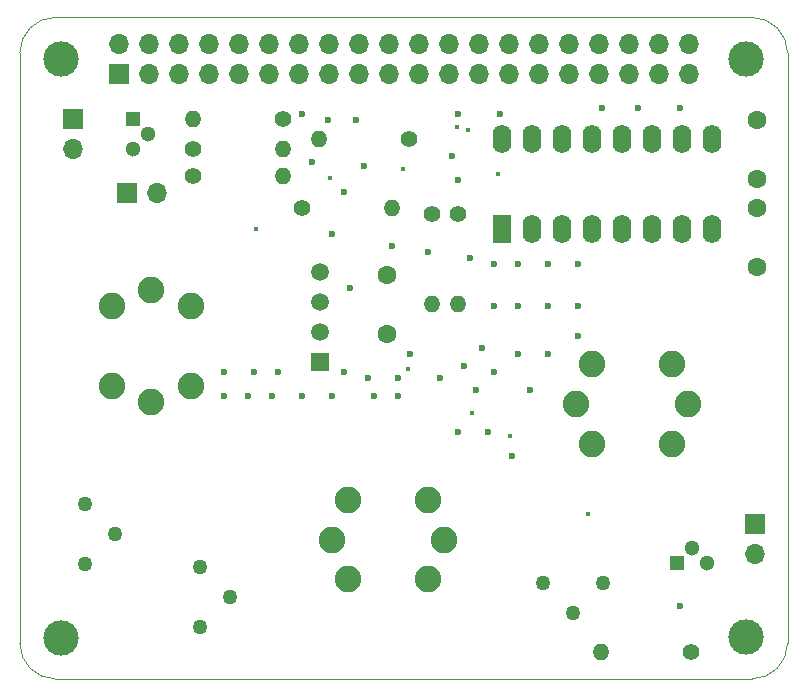
<source format=gbr>
G04 #@! TF.GenerationSoftware,KiCad,Pcbnew,(5.1.0)-1*
G04 #@! TF.CreationDate,2021-12-23T12:13:39+02:00*
G04 #@! TF.ProjectId,RPI_HAT_sensors,5250495f-4841-4545-9f73-656e736f7273,rev?*
G04 #@! TF.SameCoordinates,Original*
G04 #@! TF.FileFunction,Copper,L2,Inr*
G04 #@! TF.FilePolarity,Positive*
%FSLAX46Y46*%
G04 Gerber Fmt 4.6, Leading zero omitted, Abs format (unit mm)*
G04 Created by KiCad (PCBNEW (5.1.0)-1) date 2021-12-23 12:13:39*
%MOMM*%
%LPD*%
G04 APERTURE LIST*
%ADD10C,0.100000*%
%ADD11R,1.700000X1.700000*%
%ADD12O,1.700000X1.700000*%
%ADD13C,1.300000*%
%ADD14R,1.300000X1.300000*%
%ADD15O,1.400000X1.400000*%
%ADD16C,1.400000*%
%ADD17C,2.250000*%
%ADD18C,3.000000*%
%ADD19R,1.600000X2.400000*%
%ADD20O,1.600000X2.400000*%
%ADD21C,1.260000*%
%ADD22R,1.500000X1.500000*%
%ADD23C,1.500000*%
%ADD24C,1.600000*%
%ADD25C,0.600000*%
%ADD26C,0.400000*%
G04 APERTURE END LIST*
D10*
X78546356Y-63817611D02*
X78546356Y-113817611D01*
X78546356Y-63817611D02*
G75*
G02X81546356Y-60817611I3000000J0D01*
G01*
X140546356Y-60817611D02*
X81546356Y-60817611D01*
X140546356Y-60817611D02*
G75*
G02X143546356Y-63817611I0J-3000000D01*
G01*
X143546356Y-113817611D02*
X143546356Y-63817611D01*
X81546356Y-116817611D02*
G75*
G02X78546356Y-113817611I0J3000000D01*
G01*
X81546356Y-116817611D02*
X140546356Y-116817611D01*
X143546351Y-113822847D02*
G75*
G02X140546356Y-116817611I-2999995J5236D01*
G01*
D11*
X83032600Y-69418200D03*
D12*
X83032600Y-71958200D03*
D13*
X89382600Y-70688200D03*
X88112600Y-71958200D03*
D14*
X88112600Y-69418200D03*
D15*
X93192600Y-69418200D03*
D16*
X100812600Y-69418200D03*
X93192600Y-71958200D03*
D15*
X100812600Y-71958200D03*
D17*
X113100500Y-108401500D03*
X106355500Y-108401500D03*
X104978000Y-105029000D03*
X106355500Y-101656500D03*
X113100500Y-101656500D03*
X114478000Y-105029000D03*
D11*
X86920000Y-65590000D03*
D12*
X86920000Y-63050000D03*
X89460000Y-65590000D03*
X89460000Y-63050000D03*
X92000000Y-65590000D03*
X92000000Y-63050000D03*
X94540000Y-65590000D03*
X94540000Y-63050000D03*
X97080000Y-65590000D03*
X97080000Y-63050000D03*
X99620000Y-65590000D03*
X99620000Y-63050000D03*
X102160000Y-65590000D03*
X102160000Y-63050000D03*
X104700000Y-65590000D03*
X104700000Y-63050000D03*
X107240000Y-65590000D03*
X107240000Y-63050000D03*
X109780000Y-65590000D03*
X109780000Y-63050000D03*
X112320000Y-65590000D03*
X112320000Y-63050000D03*
X114860000Y-65590000D03*
X114860000Y-63050000D03*
X117400000Y-65590000D03*
X117400000Y-63050000D03*
X119940000Y-65590000D03*
X119940000Y-63050000D03*
X122480000Y-65590000D03*
X122480000Y-63050000D03*
X125020000Y-65590000D03*
X125020000Y-63050000D03*
X127560000Y-65590000D03*
X127560000Y-63050000D03*
X130100000Y-65590000D03*
X130100000Y-63050000D03*
X132640000Y-65590000D03*
X132640000Y-63050000D03*
X135180000Y-65590000D03*
X135180000Y-63050000D03*
D18*
X82040000Y-64310000D03*
X140040000Y-64330000D03*
X82040000Y-113320000D03*
X140030000Y-113310000D03*
D17*
X86314900Y-92018500D03*
X86314900Y-85273500D03*
X89687400Y-83896000D03*
X93059900Y-85273500D03*
X93059900Y-92018500D03*
X89687400Y-93396000D03*
X125653600Y-93573600D03*
X127031100Y-96946100D03*
X133776100Y-96946100D03*
X135153600Y-93573600D03*
X133776100Y-90201100D03*
X127031100Y-90201100D03*
D19*
X119380000Y-78740000D03*
D20*
X137160000Y-71120000D03*
X121920000Y-78740000D03*
X134620000Y-71120000D03*
X124460000Y-78740000D03*
X132080000Y-71120000D03*
X127000000Y-78740000D03*
X129540000Y-71120000D03*
X129540000Y-78740000D03*
X127000000Y-71120000D03*
X132080000Y-78740000D03*
X124460000Y-71120000D03*
X134620000Y-78740000D03*
X121920000Y-71120000D03*
X137160000Y-78740000D03*
X119380000Y-71120000D03*
D21*
X84074000Y-107086400D03*
X86614000Y-104546400D03*
X84074000Y-102006400D03*
X93802200Y-107340400D03*
X96342200Y-109880400D03*
X93802200Y-112420400D03*
X122834400Y-108712000D03*
X125374400Y-111252000D03*
X127914400Y-108712000D03*
D16*
X111506000Y-71120000D03*
D15*
X103886000Y-71120000D03*
D22*
X103936800Y-89966800D03*
D23*
X103936800Y-87426800D03*
X103936800Y-84886800D03*
X103936800Y-82346800D03*
D24*
X140944600Y-69494400D03*
X140944600Y-74494400D03*
X140944600Y-76940400D03*
X140944600Y-81940400D03*
D11*
X140766800Y-103682800D03*
D12*
X140766800Y-106222800D03*
D13*
X135458200Y-105740200D03*
X136728200Y-107010200D03*
D14*
X134188200Y-107010200D03*
D16*
X102463600Y-76911200D03*
D15*
X110083600Y-76911200D03*
X127762000Y-114554000D03*
D16*
X135382000Y-114554000D03*
D24*
X109601000Y-82651600D03*
X109601000Y-87651600D03*
D11*
X87630000Y-75717400D03*
D12*
X90170000Y-75717400D03*
D16*
X93218000Y-74269600D03*
D15*
X100838000Y-74269600D03*
X113411000Y-85064600D03*
D16*
X113411000Y-77444600D03*
X115671600Y-77444600D03*
D15*
X115671600Y-85064600D03*
D25*
X103251000Y-73050400D03*
X123240800Y-81661000D03*
X120700800Y-81661000D03*
X118668800Y-81661000D03*
X118668800Y-85217000D03*
X120700800Y-85217000D03*
X123240800Y-85217000D03*
X117652800Y-88773000D03*
X120700800Y-89281000D03*
X123240800Y-89281000D03*
X125780800Y-85217000D03*
X125780800Y-81661000D03*
X125780800Y-87757000D03*
X121716800Y-92329000D03*
X117144800Y-92329000D03*
X118160800Y-95885000D03*
X115620800Y-95885000D03*
X120192800Y-97917000D03*
X111556800Y-89281000D03*
X108000800Y-91313000D03*
X134416800Y-110617000D03*
X114096800Y-91313000D03*
X110540800Y-91313000D03*
X110540800Y-92837000D03*
X118668800Y-90805000D03*
X108508800Y-92837000D03*
X104952800Y-92837000D03*
X102412800Y-92837000D03*
X99872800Y-92837000D03*
X97840800Y-92837000D03*
X95808800Y-92837000D03*
X95808800Y-90805000D03*
X98348800Y-90805000D03*
X100380800Y-90805000D03*
X105968800Y-90805000D03*
X116128800Y-90297000D03*
X106476800Y-83693000D03*
X105968800Y-75565000D03*
X115112800Y-72517000D03*
X115620800Y-68961000D03*
X119176800Y-68961000D03*
X106984800Y-69469000D03*
X102412800Y-68961000D03*
X104648000Y-69469000D03*
X127812800Y-68453000D03*
X130860800Y-68453000D03*
X134416800Y-68453000D03*
X110032800Y-80137000D03*
X104952800Y-79121000D03*
X113080800Y-80645000D03*
X116636800Y-81153000D03*
X115620800Y-74549000D03*
X107696000Y-73406000D03*
D26*
X118999000Y-74041000D03*
X111023400Y-73609200D03*
X104800400Y-74422000D03*
X116865400Y-94284800D03*
X98552000Y-78740000D03*
X120040400Y-96291400D03*
X126619000Y-102895400D03*
X116484398Y-70307200D03*
X115519200Y-70129400D03*
X111379000Y-90551000D03*
M02*

</source>
